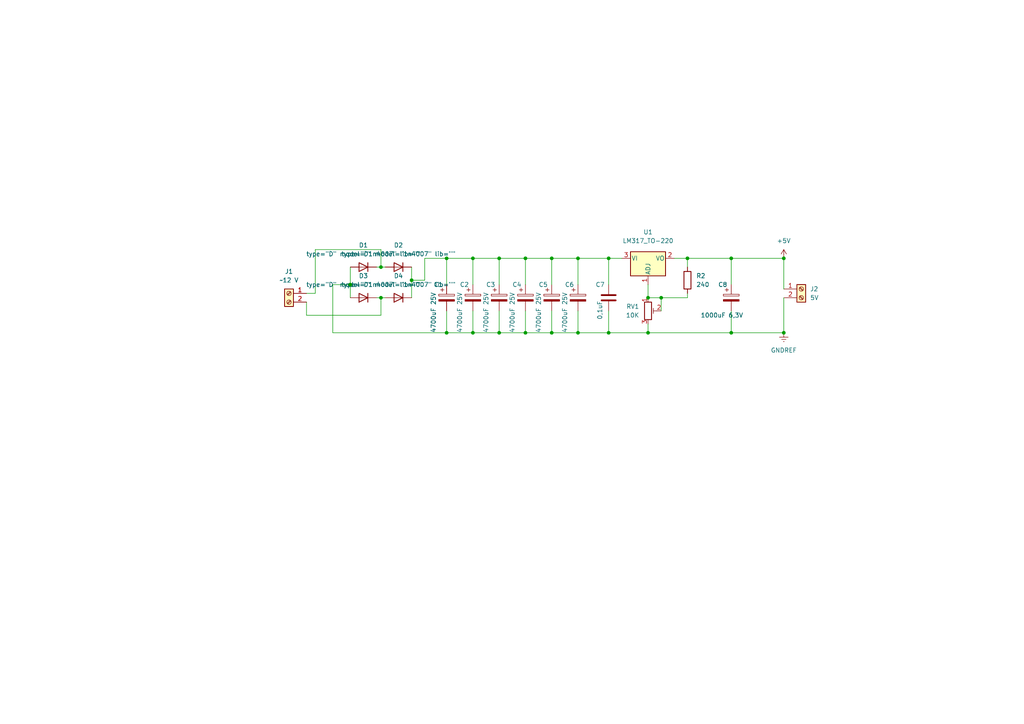
<source format=kicad_sch>
(kicad_sch (version 20211123) (generator eeschema)
  (paper "A4")
  (lib_symbols
    (symbol "Connector:Screw_Terminal_01x02" (pin_names (offset 1.016) hide)
      (property "Reference" "J" (at 0 2.54 0))
      (property "Value" "Screw_Terminal_01x02" (at 0 -5.08 0))
      (symbol "Screw_Terminal_01x02_1_1"
        (rectangle (start -1.27 1.27) (end 1.27 -3.81) (stroke (width 0.254)) (fill (type background)))
        (circle (center 0 -2.54) (radius 0.635) (stroke (width 0.1524)))
        (polyline (pts (xy -0.5334 -2.2098) (xy 0.3302 -3.048)) (stroke (width 0.1524)))
        (polyline (pts (xy -0.5334 0.3302) (xy 0.3302 -0.508)) (stroke (width 0.1524)))
        (polyline (pts (xy -0.3556 -2.032) (xy 0.508 -2.8702)) (stroke (width 0.1524)))
        (polyline (pts (xy -0.3556 0.508) (xy 0.508 -0.3302)) (stroke (width 0.1524)))
        (circle (center 0 0) (radius 0.635) (stroke (width 0.1524)))
        (pin passive line (at -5.08 0 0) (length 3.81) (name "Pin_1") (number "1"))
        (pin passive line (at -5.08 -2.54 0) (length 3.81) (name "Pin_2") (number "2"))
      )
    )
    (symbol "Device:C" (pin_numbers hide) (pin_names (offset 0.254))
      (property "Reference" "C" (at 0.635 2.54 0))
      (property "Value" "C" (at 0.635 -2.54 0))
      (symbol "C_0_1"
        (polyline (pts (xy -2.032 -0.762) (xy 2.032 -0.762)) (stroke (width 0.508)))
        (polyline (pts (xy -2.032 0.762) (xy 2.032 0.762)) (stroke (width 0.508)))
      )
      (symbol "C_1_1"
        (pin passive line (at 0 3.81 270) (length 2.794) (name "~") (number "1"))
        (pin passive line (at 0 -3.81 90) (length 2.794) (name "~") (number "2"))
      )
    )
    (symbol "Device:C_Polarized" (pin_numbers hide) (pin_names (offset 0.254))
      (property "Reference" "C" (at 0.635 2.54 0))
      (property "Value" "C_Polarized" (at 0.635 -2.54 0))
      (symbol "C_Polarized_0_1"
        (rectangle (start -2.286 0.508) (end 2.286 1.016))
        (polyline (pts (xy -1.778 2.286) (xy -0.762 2.286)))
        (polyline (pts (xy -1.27 2.794) (xy -1.27 1.778)))
        (rectangle (start 2.286 -0.508) (end -2.286 -1.016) (fill (type outline)))
      )
      (symbol "C_Polarized_1_1"
        (pin passive line (at 0 3.81 270) (length 2.794) (name "~") (number "1"))
        (pin passive line (at 0 -3.81 90) (length 2.794) (name "~") (number "2"))
      )
    )
    (symbol "Device:R" (pin_numbers hide) (pin_names (offset 0))
      (property "Reference" "R" (at 2.032 0 90))
      (property "Value" "R" (at 0 0 90))
      (symbol "R_0_1"
        (rectangle (start -1.016 -2.54) (end 1.016 2.54) (stroke (width 0.254)))
      )
      (symbol "R_1_1"
        (pin passive line (at 0 3.81 270) (length 1.27) (name "~") (number "1"))
        (pin passive line (at 0 -3.81 90) (length 1.27) (name "~") (number "2"))
      )
    )
    (symbol "Device:R_Potentiometer_Trim" (pin_names (offset 1.016) hide)
      (property "Reference" "RV" (at -4.445 0 90))
      (property "Value" "R_Potentiometer_Trim" (at -2.54 0 90))
      (symbol "R_Potentiometer_Trim_0_1"
        (polyline (pts (xy 1.524 0.762) (xy 1.524 -0.762)))
        (polyline (pts (xy 2.54 0) (xy 1.524 0)))
        (rectangle (start 1.016 2.54) (end -1.016 -2.54) (stroke (width 0.254)))
      )
      (symbol "R_Potentiometer_Trim_1_1"
        (pin passive line (at 0 3.81 270) (length 1.27) (name "1") (number "1"))
        (pin passive line (at 3.81 0 180) (length 1.27) (name "2") (number "2"))
        (pin passive line (at 0 -3.81 90) (length 1.27) (name "3") (number "3"))
      )
    )
    (symbol "Regulator_Linear:LM317_TO-220" (pin_names (offset 0.254))
      (property "Reference" "U" (at -3.81 3.175 0))
      (property "Value" "LM317_TO-220" (at 0 3.175 0))
      (symbol "LM317_TO-220_0_1"
        (rectangle (start -5.08 1.905) (end 5.08 -5.08) (stroke (width 0.254)) (fill (type background)))
      )
      (symbol "LM317_TO-220_1_1"
        (pin input line (at 0 -7.62 90) (length 2.54) (name "ADJ") (number "1"))
        (pin power_out line (at 7.62 0 180) (length 2.54) (name "VO") (number "2"))
        (pin power_in line (at -7.62 0 0) (length 2.54) (name "VI") (number "3"))
      )
    )
    (symbol "Simulation_SPICE:DIODE" (pin_numbers hide) (pin_names (offset 1.016) hide)
      (property "Reference" "D" (at 0 2.54 0))
      (property "Value" "DIODE" (at 0 -2.54 0))
      (symbol "DIODE_0_1"
        (polyline (pts (xy 1.27 0) (xy -1.27 0)))
        (polyline (pts (xy 1.27 1.27) (xy 1.27 -1.27)) (stroke (width 0.254)))
        (polyline (pts (xy -1.27 -1.27) (xy -1.27 1.27) (xy 1.27 0) (xy -1.27 -1.27)) (stroke (width 0.254)))
      )
      (symbol "DIODE_1_1"
        (pin passive line (at -3.81 0 0) (length 2.54) (name "A") (number "1"))
        (pin passive line (at 3.81 0 180) (length 2.54) (name "K") (number "2"))
      )
    )
    (symbol "power:+5V" (power) (pin_names (offset 0))
      (property "Value" "+5V" (at 0 3.556 0))
      (symbol "+5V_0_1"
        (polyline (pts (xy -0.762 1.27) (xy 0 2.54)))
        (polyline (pts (xy 0 0) (xy 0 2.54)))
        (polyline (pts (xy 0 2.54) (xy 0.762 1.27)))
      )
      (symbol "+5V_1_1"
        (pin power_in line (at 0 0 90) (length 0) hide (name "+5V") (number "1"))
      )
    )
    (symbol "power:GNDREF" (power) (pin_names (offset 0))
      (property "Value" "GNDREF" (at 0 -3.81 0))
      (symbol "GNDREF_0_1"
        (polyline (pts (xy -0.635 -1.905) (xy 0.635 -1.905)))
        (polyline (pts (xy -0.127 -2.54) (xy 0.127 -2.54)))
        (polyline (pts (xy 0 -1.27) (xy 0 0)))
        (polyline (pts (xy 1.27 -1.27) (xy -1.27 -1.27)))
      )
      (symbol "GNDREF_1_1"
        (pin power_in line (at 0 0 270) (length 0) hide (name "GNDREF") (number "1"))
      )
    )
  )
  (junction (at 129.54 96.52))
  (junction (at 187.96 96.52))
  (junction (at 137.16 74.93))
  (junction (at 160.02 74.93))
  (junction (at 144.78 96.52))
  (junction (at 101.6 82.55))
  (junction (at 160.02 96.52))
  (junction (at 144.78 74.93))
  (junction (at 119.38 81.28))
  (junction (at 152.4 96.52))
  (junction (at 227.33 74.93))
  (junction (at 167.64 96.52))
  (junction (at 212.09 74.93))
  (junction (at 199.39 74.93))
  (junction (at 152.4 74.93))
  (junction (at 176.53 96.52))
  (junction (at 110.49 86.36))
  (junction (at 176.53 74.93))
  (junction (at 110.49 77.47))
  (junction (at 187.96 86.36))
  (junction (at 227.33 96.52))
  (junction (at 137.16 96.52))
  (junction (at 212.09 96.52))
  (junction (at 191.77 86.36))
  (junction (at 129.54 74.93))
  (junction (at 167.64 74.93))
  (wire (pts (xy 195.58 74.93) (xy 199.39 74.93)))
  (wire (pts (xy 144.78 90.17) (xy 144.78 96.52)))
  (wire (pts (xy 160.02 96.52) (xy 152.4 96.52)))
  (wire (pts (xy 152.4 74.93) (xy 144.78 74.93)))
  (wire (pts (xy 88.9 91.44) (xy 110.49 91.44)))
  (wire (pts (xy 119.38 77.47) (xy 119.38 81.28)))
  (wire (pts (xy 129.54 90.17) (xy 129.54 96.52)))
  (wire (pts (xy 176.53 90.17) (xy 176.53 96.52)))
  (wire (pts (xy 137.16 90.17) (xy 137.16 96.52)))
  (wire (pts (xy 176.53 74.93) (xy 176.53 82.55)))
  (wire (pts (xy 187.96 93.98) (xy 187.96 96.52)))
  (wire (pts (xy 176.53 96.52) (xy 167.64 96.52)))
  (wire (pts (xy 180.34 74.93) (xy 176.53 74.93)))
  (wire (pts (xy 91.44 85.09) (xy 88.9 85.09)))
  (wire (pts (xy 144.78 96.52) (xy 137.16 96.52)))
  (wire (pts (xy 101.6 77.47) (xy 101.6 82.55)))
  (wire (pts (xy 109.22 86.36) (xy 110.49 86.36)))
  (wire (pts (xy 152.4 90.17) (xy 152.4 96.52)))
  (wire (pts (xy 167.64 90.17) (xy 167.64 96.52)))
  (wire (pts (xy 212.09 90.17) (xy 212.09 96.52)))
  (wire (pts (xy 110.49 77.47) (xy 110.49 72.39)))
  (wire (pts (xy 167.64 74.93) (xy 160.02 74.93)))
  (wire (pts (xy 101.6 82.55) (xy 101.6 86.36)))
  (wire (pts (xy 187.96 96.52) (xy 176.53 96.52)))
  (wire (pts (xy 109.22 77.47) (xy 110.49 77.47)))
  (wire (pts (xy 110.49 91.44) (xy 110.49 86.36)))
  (wire (pts (xy 152.4 74.93) (xy 152.4 82.55)))
  (wire (pts (xy 227.33 96.52) (xy 212.09 96.52)))
  (wire (pts (xy 144.78 74.93) (xy 144.78 82.55)))
  (wire (pts (xy 96.52 82.55) (xy 101.6 82.55)))
  (wire (pts (xy 212.09 96.52) (xy 187.96 96.52)))
  (wire (pts (xy 167.64 96.52) (xy 160.02 96.52)))
  (wire (pts (xy 212.09 74.93) (xy 212.09 82.55)))
  (wire (pts (xy 110.49 72.39) (xy 91.44 72.39)))
  (wire (pts (xy 88.9 87.63) (xy 88.9 91.44)))
  (wire (pts (xy 137.16 96.52) (xy 129.54 96.52)))
  (wire (pts (xy 129.54 74.93) (xy 129.54 82.55)))
  (wire (pts (xy 167.64 74.93) (xy 167.64 82.55)))
  (wire (pts (xy 199.39 74.93) (xy 199.39 77.47)))
  (wire (pts (xy 212.09 74.93) (xy 227.33 74.93)))
  (wire (pts (xy 227.33 86.36) (xy 227.33 96.52)))
  (wire (pts (xy 110.49 86.36) (xy 111.76 86.36)))
  (wire (pts (xy 91.44 72.39) (xy 91.44 85.09)))
  (wire (pts (xy 199.39 74.93) (xy 212.09 74.93)))
  (wire (pts (xy 227.33 74.93) (xy 227.33 83.82)))
  (wire (pts (xy 191.77 90.17) (xy 191.77 86.36)))
  (wire (pts (xy 137.16 74.93) (xy 137.16 82.55)))
  (wire (pts (xy 160.02 74.93) (xy 152.4 74.93)))
  (wire (pts (xy 129.54 96.52) (xy 96.52 96.52)))
  (wire (pts (xy 191.77 86.36) (xy 187.96 86.36)))
  (wire (pts (xy 160.02 74.93) (xy 160.02 82.55)))
  (wire (pts (xy 152.4 96.52) (xy 144.78 96.52)))
  (wire (pts (xy 160.02 90.17) (xy 160.02 96.52)))
  (wire (pts (xy 129.54 74.93) (xy 123.19 74.93)))
  (wire (pts (xy 119.38 81.28) (xy 123.19 81.28)))
  (wire (pts (xy 96.52 96.52) (xy 96.52 82.55)))
  (wire (pts (xy 119.38 81.28) (xy 119.38 86.36)))
  (wire (pts (xy 144.78 74.93) (xy 137.16 74.93)))
  (wire (pts (xy 123.19 74.93) (xy 123.19 81.28)))
  (wire (pts (xy 191.77 86.36) (xy 199.39 86.36)))
  (wire (pts (xy 199.39 85.09) (xy 199.39 86.36)))
  (wire (pts (xy 137.16 74.93) (xy 129.54 74.93)))
  (wire (pts (xy 176.53 74.93) (xy 167.64 74.93)))
  (wire (pts (xy 187.96 82.55) (xy 187.96 86.36)))
  (wire (pts (xy 110.49 77.47) (xy 111.76 77.47)))
  (symbol (lib_id "Device:C_Polarized") (at 129.54 86.36 0) (unit 1)
    (property "Reference" "C1" (at 125.73 82.55 0) (effects (justify left)))
    (property "Value" "4700uF 25V" (at 125.73 96.52 90) (effects (justify left)))
    (property "Footprint" "Capacitor_THT:CP_Radial_D16.0mm_P7.50mm" (effects hide))
  )
  (symbol (lib_id "Device:C_Polarized") (at 212.09 86.36 0) (unit 1)
    (property "Reference" "C8" (at 208.28 82.55 0) (effects (justify left)))
    (property "Value" "1000uF 6,3V" (at 203.2 91.44 0) (effects (justify left)))
    (property "Footprint" "Capacitor_THT:CP_Radial_D8.0mm_P3.50mm" (effects hide))
  )
  (symbol (lib_id "power:+5V") (at 227.33 74.93 0) (unit 1)
    (property "Reference" "#PWR0101" (effects hide))
    (property "Value" "+5V" (at 227.33 69.85 0))
  )
  (symbol (lib_id "Simulation_SPICE:DIODE") (at 105.41 77.47 0) (unit 1)
    (property "Reference" "D1" (at 105.41 71.12 0))
    (property "Value" "1n4007" (at 105.41 73.66 0))
    (property "Footprint" "Diode_THT:D_A-405_P7.62mm_Horizontal" (effects hide))
    (property "Spice_Netlist_Enabled" "Y" (effects hide))
    (property "Spice_Primitive" "D" (effects hide))
  )
  (symbol (lib_id "Device:R") (at 199.39 81.28 0) (unit 1)
    (property "Reference" "R2" (at 201.93 80.0099 0) (effects (justify left)))
    (property "Value" "240" (at 201.93 82.5499 0) (effects (justify left)))
    (property "Footprint" "Resistor_THT:R_Axial_DIN0204_L3.6mm_D1.6mm_P7.62mm_Horizontal" (effects hide))
  )
  (symbol (lib_id "Simulation_SPICE:DIODE") (at 105.41 86.36 0) (unit 1)
    (property "Reference" "D3" (at 105.41 80.01 0))
    (property "Value" "1n4007" (at 105.41 82.55 0))
    (property "Footprint" "Diode_THT:D_A-405_P7.62mm_Horizontal" (effects hide))
    (property "Spice_Netlist_Enabled" "Y" (effects hide))
    (property "Spice_Primitive" "D" (effects hide))
  )
  (symbol (lib_id "Regulator_Linear:LM317_TO-220") (at 187.96 74.93 0) (unit 1)
    (property "Reference" "U1" (at 187.96 67.31 0))
    (property "Value" "LM317_TO-220" (at 187.96 69.85 0))
    (property "Footprint" "Package_TO_SOT_THT:TO-220-3_Vertical" (effects hide))
    (property "Datasheet" "http://www.ti.com/lit/ds/symlink/lm317.pdf" (effects hide))
  )
  (symbol (lib_id "Device:R_Potentiometer_Trim") (at 187.96 90.17 0) (unit 1)
    (property "Reference" "RV1" (at 185.42 88.8999 0) (effects (justify right)))
    (property "Value" "10K" (at 185.42 91.4399 0) (effects (justify right)))
    (property "Footprint" "Potentiometer_THT:Potentiometer_Bourns_3296W_Vertical" (effects hide))
  )
  (symbol (lib_id "power:GNDREF") (at 227.33 96.52 0) (unit 1)
    (property "Reference" "#PWR0102" (effects hide))
    (property "Value" "GNDREF" (at 227.33 101.6 0))
  )
  (symbol (lib_id "Device:C_Polarized") (at 152.4 86.36 0) (unit 1)
    (property "Reference" "C4" (at 148.59 82.55 0) (effects (justify left)))
    (property "Value" "4700uF 25V" (at 148.59 96.52 90) (effects (justify left)))
    (property "Footprint" "Capacitor_THT:CP_Radial_D16.0mm_P7.50mm" (effects hide))
  )
  (symbol (lib_id "Device:C_Polarized") (at 137.16 86.36 0) (unit 1)
    (property "Reference" "C2" (at 133.35 82.55 0) (effects (justify left)))
    (property "Value" "4700uF 25V" (at 133.35 96.52 90) (effects (justify left)))
    (property "Footprint" "Capacitor_THT:CP_Radial_D16.0mm_P7.50mm" (effects hide))
  )
  (symbol (lib_id "Device:C_Polarized") (at 167.64 86.36 0) (unit 1)
    (property "Reference" "C6" (at 163.83 82.55 0) (effects (justify left)))
    (property "Value" "4700uF 25V" (at 163.83 96.52 90) (effects (justify left)))
    (property "Footprint" "Capacitor_THT:CP_Radial_D16.0mm_P7.50mm" (effects hide))
  )
  (symbol (lib_id "Device:C") (at 176.53 86.36 0) (unit 1)
    (property "Reference" "C7" (at 172.72 82.55 0) (effects (justify left)))
    (property "Value" "0,1uF" (at 173.99 92.71 90) (effects (justify left)))
    (property "Footprint" "Capacitor_THT:C_Disc_D5.1mm_W3.2mm_P5.00mm" (effects hide))
  )
  (symbol (lib_id "Connector:Screw_Terminal_01x02") (at 83.82 85.09 0) (mirror y) (unit 1)
    (property "Reference" "J1" (at 83.82 78.74 0))
    (property "Value" "~12 V" (at 83.82 81.28 0))
    (property "Footprint" "TerminalBlock:TerminalBlock_bornier-2_P5.08mm" (effects hide))
  )
  (symbol (lib_id "Simulation_SPICE:DIODE") (at 115.57 77.47 0) (unit 1)
    (property "Reference" "D2" (at 115.57 71.12 0))
    (property "Value" "1n4007" (at 115.57 73.66 0))
    (property "Footprint" "Diode_THT:D_A-405_P7.62mm_Horizontal" (effects hide))
    (property "Spice_Netlist_Enabled" "Y" (effects hide))
    (property "Spice_Primitive" "D" (effects hide))
  )
  (symbol (lib_id "Device:C_Polarized") (at 144.78 86.36 0) (unit 1)
    (property "Reference" "C3" (at 140.97 82.55 0) (effects (justify left)))
    (property "Value" "4700uF 25V" (at 140.97 96.52 90) (effects (justify left)))
    (property "Footprint" "Capacitor_THT:CP_Radial_D16.0mm_P7.50mm" (effects hide))
  )
  (symbol (lib_id "Connector:Screw_Terminal_01x02") (at 232.41 83.82 0) (unit 1)
    (property "Reference" "J2" (at 234.95 83.8199 0) (effects (justify left)))
    (property "Value" "5V" (at 234.95 86.3599 0) (effects (justify left)))
    (property "Footprint" "TerminalBlock:TerminalBlock_bornier-2_P5.08mm" (effects hide))
  )
  (symbol (lib_id "Simulation_SPICE:DIODE") (at 115.57 86.36 0) (unit 1)
    (property "Reference" "D4" (at 115.57 80.01 0))
    (property "Value" "1n4007" (at 115.57 82.55 0))
    (property "Footprint" "Diode_THT:D_A-405_P7.62mm_Horizontal" (effects hide))
    (property "Spice_Netlist_Enabled" "Y" (effects hide))
    (property "Spice_Primitive" "D" (effects hide))
  )
  (symbol (lib_id "Device:C_Polarized") (at 160.02 86.36 0) (unit 1)
    (property "Reference" "C5" (at 156.21 82.55 0) (effects (justify left)))
    (property "Value" "4700uF 25V" (at 156.21 96.52 90) (effects (justify left)))
    (property "Footprint" "Capacitor_THT:CP_Radial_D16.0mm_P7.50mm" (effects hide))
  )
)
</source>
